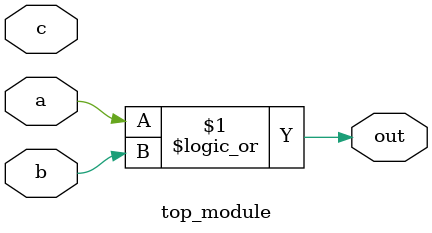
<source format=sv>
module top_module(
    input a,
    input b,
    input c,
    output out
);

assign out = a || b;

endmodule

</source>
